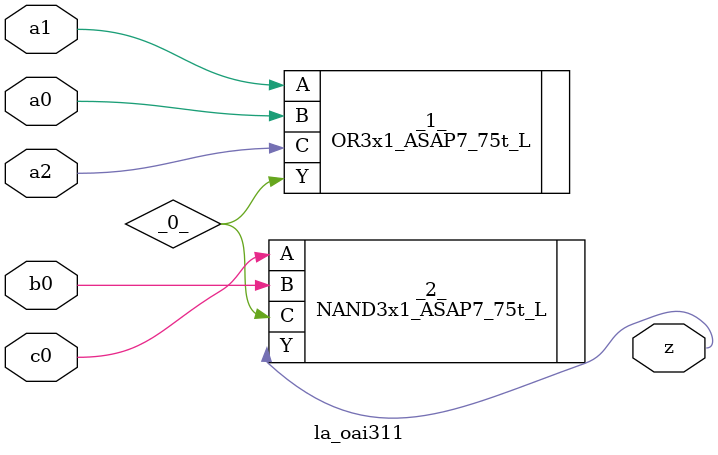
<source format=v>

/* Generated by Yosys 0.44 (git sha1 80ba43d26, g++ 11.4.0-1ubuntu1~22.04 -fPIC -O3) */

(* top =  1  *)
(* src = "generated" *)
(* keep_hierarchy *)
module la_oai311 (
    a0,
    a1,
    a2,
    b0,
    c0,
    z
);
  wire _0_;
  (* src = "generated" *)
  input a0;
  wire a0;
  (* src = "generated" *)
  input a1;
  wire a1;
  (* src = "generated" *)
  input a2;
  wire a2;
  (* src = "generated" *)
  input b0;
  wire b0;
  (* src = "generated" *)
  input c0;
  wire c0;
  (* src = "generated" *)
  output z;
  wire z;
  OR3x1_ASAP7_75t_L _1_ (
      .A(a1),
      .B(a0),
      .C(a2),
      .Y(_0_)
  );
  NAND3x1_ASAP7_75t_L _2_ (
      .A(c0),
      .B(b0),
      .C(_0_),
      .Y(z)
  );
endmodule

</source>
